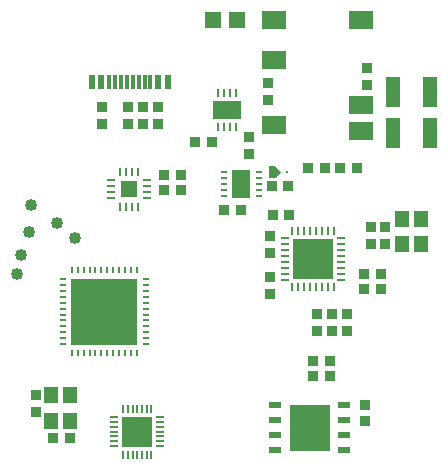
<source format=gtp>
G04*
G04 #@! TF.GenerationSoftware,Altium Limited,Altium Designer,21.3.2 (30)*
G04*
G04 Layer_Color=8421504*
%FSTAX24Y24*%
%MOIN*%
G70*
G04*
G04 #@! TF.SameCoordinates,17C352DC-52FB-4B9E-A555-A73132B06FB7*
G04*
G04*
G04 #@! TF.FilePolarity,Positive*
G04*
G01*
G75*
%ADD17R,0.0984X0.0984*%
%ADD18R,0.0276X0.0079*%
%ADD19R,0.0079X0.0276*%
%ADD20R,0.0320X0.0380*%
%ADD21C,0.0118*%
%ADD22R,0.0236X0.0094*%
%ADD23R,0.0630X0.0945*%
%ADD24R,0.0380X0.0320*%
%ADD25R,0.0550X0.0530*%
%ADD26R,0.0098X0.0276*%
%ADD27R,0.0945X0.0591*%
%ADD28R,0.0394X0.0197*%
%ADD29R,0.1339X0.1575*%
%ADD30C,0.0400*%
%ADD31R,0.0472X0.0984*%
%ADD32R,0.0118X0.0492*%
%ADD33R,0.0236X0.0492*%
%ADD34R,0.0472X0.0551*%
%ADD35R,0.1358X0.1358*%
%ADD36R,0.0276X0.0098*%
%ADD37R,0.0098X0.0276*%
%ADD38R,0.2205X0.2205*%
%ADD39R,0.0106X0.0217*%
%ADD40R,0.0217X0.0106*%
%ADD41R,0.0551X0.0551*%
%ADD42R,0.0098X0.0315*%
%ADD43R,0.0315X0.0098*%
%ADD44R,0.0846X0.0591*%
G36*
X046197Y03461D02*
X046Y034413D01*
X045803D01*
Y034807D01*
X046D01*
X046197Y03461D01*
D02*
G37*
D17*
X0414Y02595D02*
D03*
D18*
X042168Y025478D02*
D03*
Y025635D02*
D03*
Y025793D02*
D03*
Y02595D02*
D03*
Y026422D02*
D03*
Y026265D02*
D03*
Y026107D02*
D03*
X040632Y025793D02*
D03*
Y025635D02*
D03*
Y025478D02*
D03*
Y02595D02*
D03*
Y026107D02*
D03*
Y026265D02*
D03*
Y026422D02*
D03*
D19*
X040928Y025182D02*
D03*
X041085D02*
D03*
X041243D02*
D03*
X0414D02*
D03*
X041872D02*
D03*
X041715D02*
D03*
X041557D02*
D03*
X041872Y026718D02*
D03*
X041715D02*
D03*
X041557D02*
D03*
X0414D02*
D03*
X041243D02*
D03*
X041085D02*
D03*
X040928D02*
D03*
D20*
X04952Y03072D02*
D03*
X04896D02*
D03*
X04952Y03122D02*
D03*
X04896D02*
D03*
X04486Y03333D02*
D03*
X0443D02*
D03*
X04388Y03561D02*
D03*
X04332D02*
D03*
X04591Y03316D02*
D03*
X04647D02*
D03*
X04644Y03414D02*
D03*
X04588D02*
D03*
X03916Y02575D02*
D03*
X0386D02*
D03*
X04782Y02782D02*
D03*
X04726D02*
D03*
X04782Y028301D02*
D03*
X04726D02*
D03*
X048156Y03474D02*
D03*
X048716D02*
D03*
X04709D02*
D03*
X04765D02*
D03*
X04285Y03402D02*
D03*
X04229D02*
D03*
X04285Y03452D02*
D03*
X04229D02*
D03*
D21*
X046394Y03461D02*
D03*
X046D02*
D03*
D22*
X044279Y034604D02*
D03*
Y034407D02*
D03*
Y03421D02*
D03*
Y034013D02*
D03*
Y033816D02*
D03*
X045461Y034604D02*
D03*
Y034407D02*
D03*
Y03421D02*
D03*
Y034013D02*
D03*
Y033816D02*
D03*
D23*
X04487Y03421D02*
D03*
D24*
X04512Y03576D02*
D03*
Y0352D02*
D03*
X04582Y03111D02*
D03*
Y03055D02*
D03*
Y03192D02*
D03*
Y03248D02*
D03*
X042094Y036218D02*
D03*
Y036778D02*
D03*
X03801Y02717D02*
D03*
Y02661D02*
D03*
X04966Y03221D02*
D03*
Y03277D02*
D03*
X0492D02*
D03*
Y03221D02*
D03*
X04899Y02629D02*
D03*
Y02685D02*
D03*
X04839Y02932D02*
D03*
Y02988D02*
D03*
X04789Y02932D02*
D03*
Y02988D02*
D03*
X04739Y02932D02*
D03*
Y02988D02*
D03*
X04159Y03622D02*
D03*
Y03678D02*
D03*
X04023Y036778D02*
D03*
Y036218D02*
D03*
X0411Y03622D02*
D03*
Y03678D02*
D03*
X04907Y03808D02*
D03*
Y03752D02*
D03*
X04576Y03702D02*
D03*
Y03758D02*
D03*
D25*
X04471Y03966D02*
D03*
X04391D02*
D03*
D26*
X044085Y036109D02*
D03*
X044282D02*
D03*
X044478D02*
D03*
X044675D02*
D03*
X044085Y037251D02*
D03*
X044282D02*
D03*
X044478D02*
D03*
X044675D02*
D03*
D27*
X04438Y03668D02*
D03*
D28*
X048283Y02635D02*
D03*
Y02685D02*
D03*
Y02585D02*
D03*
Y02535D02*
D03*
X046D02*
D03*
Y02585D02*
D03*
Y02685D02*
D03*
Y02635D02*
D03*
D29*
X04715Y02608D02*
D03*
D30*
X03738Y03122D02*
D03*
X03873Y03292D02*
D03*
X03934Y03239D02*
D03*
X03752Y03185D02*
D03*
X0378Y03259D02*
D03*
X03785Y03352D02*
D03*
D31*
X04991Y03728D02*
D03*
X05117D02*
D03*
Y0359D02*
D03*
X04991D02*
D03*
D32*
X041445Y037602D02*
D03*
X041248D02*
D03*
X041642D02*
D03*
X040658D02*
D03*
X040461D02*
D03*
X040855D02*
D03*
X041839D02*
D03*
X041052D02*
D03*
D33*
X04241D02*
D03*
X03989D02*
D03*
X040205D02*
D03*
X042095D02*
D03*
D34*
X03916Y02718D02*
D03*
X03853D02*
D03*
Y026314D02*
D03*
X03916D02*
D03*
X050235Y033054D02*
D03*
X050865D02*
D03*
Y032188D02*
D03*
X050235D02*
D03*
D35*
X04726Y0317D02*
D03*
D36*
X046315Y032389D02*
D03*
Y032192D02*
D03*
Y031995D02*
D03*
Y031798D02*
D03*
Y031602D02*
D03*
Y031405D02*
D03*
Y031208D02*
D03*
Y031011D02*
D03*
X048205Y031011D02*
D03*
Y031208D02*
D03*
Y031405D02*
D03*
Y031602D02*
D03*
Y031798D02*
D03*
Y031995D02*
D03*
Y032192D02*
D03*
Y032389D02*
D03*
D37*
X046571Y030755D02*
D03*
X046768D02*
D03*
X046965D02*
D03*
X047162D02*
D03*
X047358D02*
D03*
X047555D02*
D03*
X047752D02*
D03*
X047949D02*
D03*
X046571Y032645D02*
D03*
X046768D02*
D03*
X046965D02*
D03*
X047162D02*
D03*
X047358D02*
D03*
X047555D02*
D03*
X047752D02*
D03*
X047949D02*
D03*
D38*
X0403Y02995D02*
D03*
D39*
X040202Y028572D02*
D03*
X041383D02*
D03*
X041186D02*
D03*
X040989D02*
D03*
X040792D02*
D03*
X040595D02*
D03*
X040398D02*
D03*
X040005D02*
D03*
X039808D02*
D03*
X039611D02*
D03*
X039414D02*
D03*
X039217D02*
D03*
X039217Y031328D02*
D03*
X039414D02*
D03*
X039611D02*
D03*
X039808D02*
D03*
X040005D02*
D03*
X040202D02*
D03*
X040398D02*
D03*
X040595D02*
D03*
X040792D02*
D03*
X040989D02*
D03*
X041186D02*
D03*
X041383D02*
D03*
D40*
X041678Y030639D02*
D03*
Y030442D02*
D03*
Y030245D02*
D03*
Y030048D02*
D03*
Y029852D02*
D03*
Y029655D02*
D03*
Y029458D02*
D03*
Y029261D02*
D03*
Y029064D02*
D03*
Y028867D02*
D03*
X038922Y029655D02*
D03*
Y029852D02*
D03*
Y030048D02*
D03*
Y030245D02*
D03*
Y030442D02*
D03*
Y030639D02*
D03*
Y030836D02*
D03*
Y031033D02*
D03*
X041678D02*
D03*
Y030836D02*
D03*
X038922Y028867D02*
D03*
Y029064D02*
D03*
Y029261D02*
D03*
Y029458D02*
D03*
D41*
X041123Y034027D02*
D03*
D42*
X040828Y034617D02*
D03*
X041025D02*
D03*
X041222D02*
D03*
X041418D02*
D03*
Y033436D02*
D03*
X041222D02*
D03*
X041025D02*
D03*
X040828D02*
D03*
D43*
X041714Y034322D02*
D03*
Y034125D02*
D03*
Y033928D02*
D03*
Y033732D02*
D03*
X040533D02*
D03*
Y033928D02*
D03*
Y034125D02*
D03*
Y034322D02*
D03*
D44*
X045953Y03833D02*
D03*
Y039669D02*
D03*
X048847Y035968D02*
D03*
X045953Y036165D02*
D03*
X048847Y036834D02*
D03*
Y039669D02*
D03*
M02*

</source>
